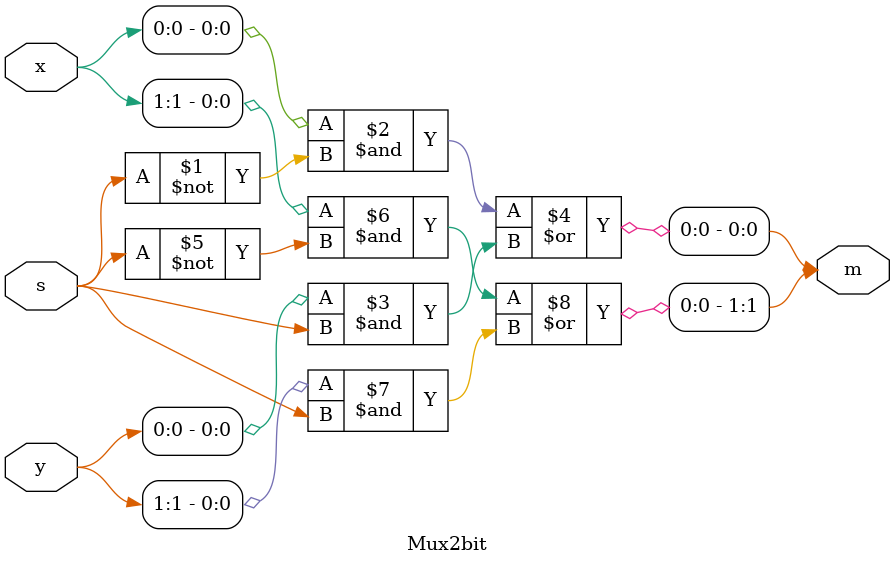
<source format=v>
`timescale 1ns / 1ps


module Mux2bit(
    input [1:0]x,
    input [1:0]y,
    input s,
    output [1:0]m
    );
    assign #3 m[0] = (x[0] & ~s)|(y[0] & s);
    assign #3 m[1] = (x[1] & ~s)|(y[1] & s);
    
endmodule

</source>
